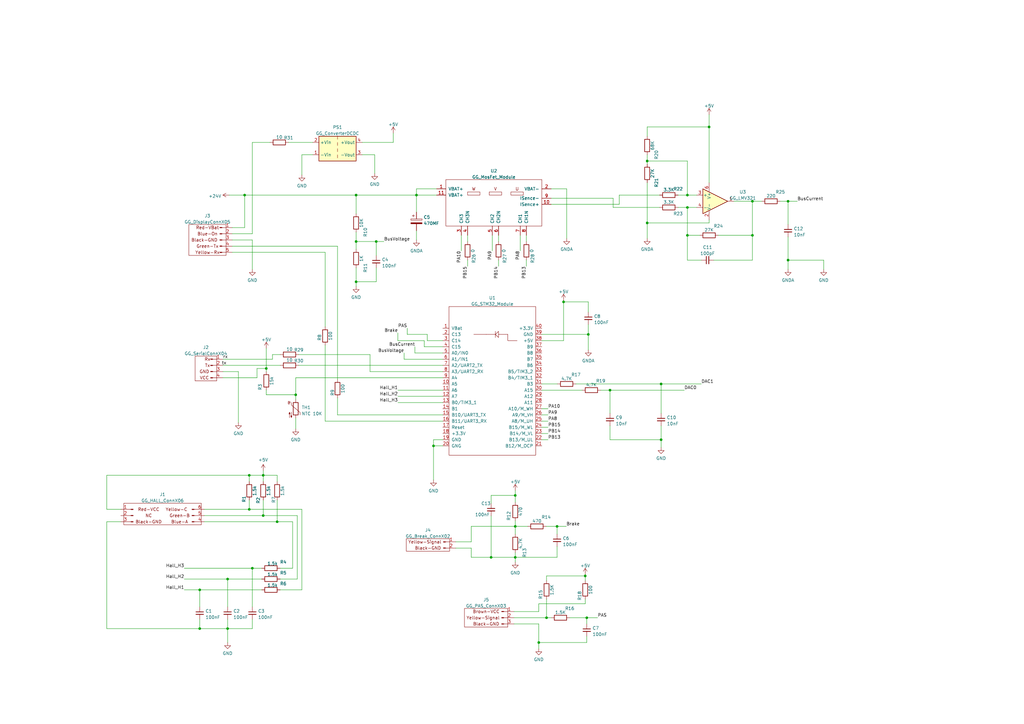
<source format=kicad_sch>
(kicad_sch (version 20211123) (generator eeschema)
  (paper "A3")
  (lib_symbols
    (symbol "ControllerLibrary:GG_Break_ConnX02" (pin_names (offset 1.016) hide)
      (property "Reference" "J" (at 0 5.08 0))
      (property "Value" "GG_Break_ConnX02" (at -5.08 -2.54 0))
      (symbol "GG_Break_ConnX02_0_0"
        (rectangle (start -15.24 3.81) (end 2.54 -1.27))
        (text "Black-GND" (at -6.35 0 0) (effects (font (size 1.27 1.27))))
        (text "Yellow-Signal" (at -7.62 2.54 0) (effects (font (size 1.27 1.27))))
      )
      (symbol "GG_Break_ConnX02_1_1"
        (polyline (pts (xy 1.27 0) (xy 0.8636 0)) (stroke (width 0.1524)))
        (polyline (pts (xy 1.27 2.54) (xy 0.8636 2.54)) (stroke (width 0.1524)))
        (rectangle (start 0.8636 0.127) (end 0 -0.127) (stroke (width 0.1524)) (fill (type outline)))
        (rectangle (start 0.8636 2.667) (end 0 2.413) (stroke (width 0.1524)) (fill (type outline)))
        (pin passive line (at 5.08 2.54 180) (length 3.81) (name "Pin_1") (number "1"))
        (pin passive line (at 5.08 0 180) (length 3.81) (name "Pin_2") (number "2"))
      )
    )
    (symbol "ControllerLibrary:GG_ConverterDCDC"
      (property "Reference" "PS" (at -7.62 6.35 0))
      (property "Value" "GG_ConverterDCDC" (at 1.27 6.35 0))
      (symbol "GG_ConverterDCDC_0_0"
        (pin power_in line (at -10.16 -2.54 0) (length 2.54) (name "-Vin") (number "1"))
        (pin power_in line (at -10.16 2.54 0) (length 2.54) (name "+Vin") (number "2"))
        (pin power_out line (at 10.16 -2.54 180) (length 2.54) (name "-Vout") (number "3"))
        (pin power_out line (at 10.16 2.54 180) (length 2.54) (name "+Vout") (number "4"))
      )
      (symbol "GG_ConverterDCDC_0_1"
        (rectangle (start -7.62 5.08) (end 7.62 -5.08) (stroke (width 0.254)) (fill (type background)))
        (polyline (pts (xy 0 -2.54) (xy 0 -3.81)))
        (polyline (pts (xy 0 0) (xy 0 -1.27)))
        (polyline (pts (xy 0 2.54) (xy 0 1.27)))
        (polyline (pts (xy 0 5.08) (xy 0 3.81)))
      )
    )
    (symbol "ControllerLibrary:GG_DisplayConnX05" (pin_names (offset 1.016) hide)
      (property "Reference" "J" (at 0 5.08 0))
      (property "Value" "GG_DisplayConnX05" (at -2.54 -10.16 0))
      (symbol "GG_DisplayConnX05_0_0"
        (rectangle (start -12.7 3.81) (end 2.54 -8.89))
        (text "Black-GND" (at -6.35 -2.54 0) (effects (font (size 1.27 1.27))))
        (text "Blue-On" (at -5.08 0 0) (effects (font (size 1.27 1.27))))
        (text "Green-Tx" (at -5.08 -5.08 0) (effects (font (size 1.27 1.27))))
        (text "Red-VBat" (at -5.08 2.54 0) (effects (font (size 1.27 1.27))))
        (text "Yellow-Rx" (at -5.08 -7.62 0) (effects (font (size 1.27 1.27))))
      )
      (symbol "GG_DisplayConnX05_1_1"
        (polyline (pts (xy 1.27 -7.62) (xy 0.8636 -7.62)) (stroke (width 0.1524)))
        (polyline (pts (xy 1.27 -5.08) (xy 0.8636 -5.08)) (stroke (width 0.1524)))
        (polyline (pts (xy 1.27 -2.54) (xy 0.8636 -2.54)) (stroke (width 0.1524)))
        (polyline (pts (xy 1.27 0) (xy 0.8636 0)) (stroke (width 0.1524)))
        (polyline (pts (xy 1.27 2.54) (xy 0.8636 2.54)) (stroke (width 0.1524)))
        (rectangle (start 0.8636 -7.493) (end 0 -7.747) (stroke (width 0.1524)) (fill (type outline)))
        (rectangle (start 0.8636 -4.953) (end 0 -5.207) (stroke (width 0.1524)) (fill (type outline)))
        (rectangle (start 0.8636 -2.413) (end 0 -2.667) (stroke (width 0.1524)) (fill (type outline)))
        (rectangle (start 0.8636 0.127) (end 0 -0.127) (stroke (width 0.1524)) (fill (type outline)))
        (rectangle (start 0.8636 2.667) (end 0 2.413) (stroke (width 0.1524)) (fill (type outline)))
        (pin passive line (at 5.08 2.54 180) (length 3.81) (name "Pin_1") (number "1"))
        (pin passive line (at 5.08 0 180) (length 3.81) (name "Pin_2") (number "2"))
        (pin passive line (at 5.08 -2.54 180) (length 3.81) (name "Pin_3") (number "3"))
        (pin passive line (at 5.08 -5.08 180) (length 3.81) (name "Pin_4") (number "4"))
        (pin passive line (at 5.08 -7.62 180) (length 3.81) (name "Pin_5") (number "5"))
      )
    )
    (symbol "ControllerLibrary:GG_HALL_ConnX06" (pin_names (offset 1.016) hide)
      (property "Reference" "J" (at 11.43 5.08 0))
      (property "Value" "GG_HALL_ConnX06" (at -2.54 -5.08 0))
      (symbol "GG_HALL_ConnX06_0_0"
        (rectangle (start -16.51 5.08) (end 15.24 -3.81))
        (text "Blue-A" (at 6.35 -2.54 0) (effects (font (size 1.27 1.27))))
        (text "Green-B" (at 6.35 0 0) (effects (font (size 1.27 1.27))))
        (text "Yellow-C" (at 5.08 2.54 0) (effects (font (size 1.27 1.27))))
      )
      (symbol "GG_HALL_ConnX06_1_1"
        (rectangle (start -13.5636 -2.413) (end -12.7 -2.667) (stroke (width 0.1524)) (fill (type outline)))
        (rectangle (start -13.5636 0.127) (end -12.7 -0.127) (stroke (width 0.1524)) (fill (type outline)))
        (rectangle (start -13.5636 2.667) (end -12.7 2.413) (stroke (width 0.1524)) (fill (type outline)))
        (polyline (pts (xy -13.97 -2.54) (xy -13.5636 -2.54)) (stroke (width 0.1524)))
        (polyline (pts (xy -13.97 0) (xy -13.5636 0)) (stroke (width 0.1524)))
        (polyline (pts (xy -13.97 2.54) (xy -13.5636 2.54)) (stroke (width 0.1524)))
        (polyline (pts (xy 12.7 -2.54) (xy 12.2936 -2.54)) (stroke (width 0.1524)))
        (polyline (pts (xy 12.7 0) (xy 12.2936 0)) (stroke (width 0.1524)))
        (polyline (pts (xy 12.7 2.54) (xy 12.2936 2.54)) (stroke (width 0.1524)))
        (rectangle (start 12.2936 -2.413) (end 11.43 -2.667) (stroke (width 0.1524)) (fill (type outline)))
        (rectangle (start 12.2936 0.127) (end 11.43 -0.127) (stroke (width 0.1524)) (fill (type outline)))
        (rectangle (start 12.2936 2.667) (end 11.43 2.413) (stroke (width 0.1524)) (fill (type outline)))
        (text "Black-GND" (at -6.35 -2.54 0) (effects (font (size 1.27 1.27))))
        (text "NC" (at -6.35 0 0) (effects (font (size 1.27 1.27))))
        (text "Red-VCC" (at -6.35 2.54 0) (effects (font (size 1.27 1.27))))
        (pin passive line (at -17.78 2.54 0) (length 3.81) (name "Pin_1") (number "1"))
        (pin passive line (at -17.78 0 0) (length 3.81) (name "Pin_2") (number "2"))
        (pin passive line (at -17.78 -2.54 0) (length 3.81) (name "Pin_3") (number "3"))
        (pin passive line (at 16.51 -2.54 180) (length 3.81) (name "Pin_4") (number "4"))
        (pin passive line (at 16.51 0 180) (length 3.81) (name "Pin_5") (number "5"))
        (pin passive line (at 16.51 2.54 180) (length 3.81) (name "Pin_6") (number "6"))
      )
    )
    (symbol "ControllerLibrary:GG_LMV321" (pin_names (offset 0.127))
      (property "Reference" "U" (at 0 5.08 0))
      (property "Value" "GG_LMV321" (at 0 -5.08 0))
      (symbol "GG_LMV321_0_1"
        (polyline (pts (xy -5.08 5.08) (xy 5.08 0) (xy -5.08 -5.08) (xy -5.08 5.08)) (stroke (width 0.254)) (fill (type background)))
        (pin power_in line (at -2.54 -7.62 90) (length 3.81) (name "V-") (number "2"))
        (pin power_in line (at -2.54 7.62 270) (length 3.81) (name "V+") (number "6"))
      )
      (symbol "GG_LMV321_1_1"
        (pin output line (at 7.62 0 180) (length 2.54) (name "~") (number "1"))
        (pin input line (at -7.62 2.54 0) (length 2.54) (name "+") (number "3"))
        (pin input line (at -7.62 -2.54 0) (length 2.54) (name "-") (number "4"))
      )
    )
    (symbol "ControllerLibrary:GG_PAS_ConnX03" (pin_names (offset 1.016) hide)
      (property "Reference" "J" (at 0 5.08 0))
      (property "Value" "GG_PAS_ConnX03" (at -3.81 -5.08 0))
      (symbol "GG_PAS_ConnX03_0_0"
        (rectangle (start -15.24 3.81) (end 2.54 -3.81))
        (text "Black-GND" (at -6.35 -2.54 0) (effects (font (size 1.27 1.27))))
        (text "Brown-VCC" (at -6.35 2.54 0) (effects (font (size 1.27 1.27))))
        (text "Yellow-Signal" (at -7.62 0 0) (effects (font (size 1.27 1.27))))
      )
      (symbol "GG_PAS_ConnX03_1_1"
        (polyline (pts (xy 1.27 -2.54) (xy 0.8636 -2.54)) (stroke (width 0.1524)))
        (polyline (pts (xy 1.27 0) (xy 0.8636 0)) (stroke (width 0.1524)))
        (polyline (pts (xy 1.27 2.54) (xy 0.8636 2.54)) (stroke (width 0.1524)))
        (rectangle (start 0.8636 -2.413) (end 0 -2.667) (stroke (width 0.1524)) (fill (type outline)))
        (rectangle (start 0.8636 0.127) (end 0 -0.127) (stroke (width 0.1524)) (fill (type outline)))
        (rectangle (start 0.8636 2.667) (end 0 2.413) (stroke (width 0.1524)) (fill (type outline)))
        (pin passive line (at 5.08 2.54 180) (length 3.81) (name "Pin_1") (number "1"))
        (pin passive line (at 5.08 0 180) (length 3.81) (name "Pin_2") (number "2"))
        (pin passive line (at 5.08 -2.54 180) (length 3.81) (name "Pin_3") (number "3"))
      )
    )
    (symbol "ControllerLibrary:GG_STM32_Module" (pin_names (offset 1.016))
      (property "Reference" "U" (at 0 -6.35 0))
      (property "Value" "GG_STM32_Module" (at 0 -6.35 0))
      (symbol "GG_STM32_Module_0_1"
        (rectangle (start -17.78 53.34) (end 17.78 -7.62))
        (polyline (pts (xy -2.54 41.91) (xy -7.62 41.91)) (stroke (width 0.1524)))
        (polyline (pts (xy 1.27 41.91) (xy -2.54 41.91)) (stroke (width 0.1524)))
        (polyline (pts (xy 1.27 43.18) (xy 1.27 40.64)) (stroke (width 0.1524)))
        (polyline (pts (xy 2.54 41.91) (xy 6.35 41.91)) (stroke (width 0.1524)))
        (polyline (pts (xy 6.35 41.91) (xy 6.35 39.37) (xy 10.16 39.37)) (stroke (width 0.1524)))
        (polyline (pts (xy 1.27 41.91) (xy 2.54 43.18) (xy 2.54 40.64) (xy 1.27 41.91)) (stroke (width 0.1524)))
      )
      (symbol "GG_STM32_Module_1_1"
        (pin power_in line (at -20.32 44.45 0) (length 2.54) (name "VBat") (number "1"))
        (pin input line (at -20.32 21.59 0) (length 2.54) (name "A5") (number "10"))
        (pin input line (at -20.32 19.05 0) (length 2.54) (name "A6") (number "11"))
        (pin input line (at -20.32 16.51 0) (length 2.54) (name "A7") (number "12"))
        (pin input line (at -20.32 13.97 0) (length 2.54) (name "B0/TIM3_1") (number "13"))
        (pin input line (at -20.32 11.43 0) (length 2.54) (name "B1") (number "14"))
        (pin input line (at -20.32 8.89 0) (length 2.54) (name "B10/UART3_TX") (number "15"))
        (pin input line (at -20.32 6.35 0) (length 2.54) (name "B11/UART3_RX") (number "16"))
        (pin input line (at -20.32 3.81 0) (length 2.54) (name "Reset") (number "17"))
        (pin power_in line (at -20.32 1.27 0) (length 2.54) (name "+3.3V") (number "18"))
        (pin power_in line (at -20.32 -1.27 0) (length 2.54) (name "GND") (number "19"))
        (pin input line (at -20.32 41.91 0) (length 2.54) (name "C13") (number "2"))
        (pin power_in line (at -20.32 -3.81 0) (length 2.54) (name "GNG") (number "20"))
        (pin input line (at 20.32 -3.81 180) (length 2.54) (name "B12/M_OCP") (number "21"))
        (pin input line (at 20.32 -1.27 180) (length 2.54) (name "B13/M_UL") (number "22"))
        (pin input line (at 20.32 1.27 180) (length 2.54) (name "B14/M_VL") (number "23"))
        (pin input line (at 20.32 3.81 180) (length 2.54) (name "B15/M_WL") (number "24"))
        (pin input line (at 20.32 6.35 180) (length 2.54) (name "A8/M_UH") (number "25"))
        (pin input line (at 20.32 8.89 180) (length 2.54) (name "A9/M_VH") (number "26"))
        (pin input line (at 20.32 11.43 180) (length 2.54) (name "A10/M_WH") (number "27"))
        (pin input line (at 20.32 13.97 180) (length 2.54) (name "A11") (number "28"))
        (pin input line (at 20.32 16.51 180) (length 2.54) (name "A12") (number "29"))
        (pin input line (at -20.32 39.37 0) (length 2.54) (name "C14") (number "3"))
        (pin input line (at 20.32 19.05 180) (length 2.54) (name "A15") (number "30"))
        (pin input line (at 20.32 21.59 180) (length 2.54) (name "B3") (number "31"))
        (pin input line (at 20.32 24.13 180) (length 2.54) (name "B4/TIM3_1") (number "32"))
        (pin input line (at 20.32 26.67 180) (length 2.54) (name "B5/TIM3_2") (number "33"))
        (pin input line (at 20.32 29.21 180) (length 2.54) (name "B6") (number "34"))
        (pin input line (at 20.32 31.75 180) (length 2.54) (name "B7") (number "35"))
        (pin input line (at 20.32 34.29 180) (length 2.54) (name "B8") (number "36"))
        (pin input line (at 20.32 36.83 180) (length 2.54) (name "B9") (number "37"))
        (pin power_in line (at 20.32 39.37 180) (length 2.54) (name "+5V") (number "38"))
        (pin power_in line (at 20.32 41.91 180) (length 2.54) (name "GND") (number "39"))
        (pin input line (at -20.32 36.83 0) (length 2.54) (name "C15") (number "4"))
        (pin power_in line (at 20.32 44.45 180) (length 2.54) (name "+3.3V") (number "40"))
        (pin input line (at -20.32 34.29 0) (length 2.54) (name "A0/IN0") (number "5"))
        (pin input line (at -20.32 31.75 0) (length 2.54) (name "A1/IN1") (number "6"))
        (pin input line (at -20.32 29.21 0) (length 2.54) (name "A2/UART2_TX") (number "7"))
        (pin input line (at -20.32 26.67 0) (length 2.54) (name "A3/UART2_RX") (number "8"))
        (pin input line (at -20.32 24.13 0) (length 2.54) (name "A4") (number "9"))
      )
    )
    (symbol "ControllerLibrary:GG_SerialConnX04" (pin_names (offset 1.016) hide)
      (property "Reference" "J" (at 0 5.08 0))
      (property "Value" "GG_SerialConnX04" (at 0 -7.62 0))
      (symbol "GG_SerialConnX04_0_0"
        (rectangle (start -6.35 3.81) (end 2.54 -6.35))
        (text "GND" (at -2.54 -2.54 0) (effects (font (size 1.27 1.27))))
        (text "Rx" (at -1.27 2.54 0) (effects (font (size 1.27 1.27))))
        (text "Tx" (at -1.27 0 0) (effects (font (size 1.27 1.27))))
        (text "VCC" (at -2.54 -5.08 0) (effects (font (size 1.27 1.27))))
      )
      (symbol "GG_SerialConnX04_1_1"
        (polyline (pts (xy 1.27 -5.08) (xy 0.8636 -5.08)) (stroke (width 0.1524)))
        (polyline (pts (xy 1.27 -2.54) (xy 0.8636 -2.54)) (stroke (width 0.1524)))
        (polyline (pts (xy 1.27 0) (xy 0.8636 0)) (stroke (width 0.1524)))
        (polyline (pts (xy 1.27 2.54) (xy 0.8636 2.54)) (stroke (width 0.1524)))
        (rectangle (start 0.8636 -4.953) (end 0 -5.207) (stroke (width 0.1524)) (fill (type outline)))
        (rectangle (start 0.8636 -2.413) (end 0 -2.667) (stroke (width 0.1524)) (fill (type outline)))
        (rectangle (start 0.8636 0.127) (end 0 -0.127) (stroke (width 0.1524)) (fill (type outline)))
        (rectangle (start 0.8636 2.667) (end 0 2.413) (stroke (width 0.1524)) (fill (type outline)))
        (pin passive line (at 5.08 2.54 180) (length 3.81) (name "Pin_1") (number "1"))
        (pin passive line (at 5.08 0 180) (length 3.81) (name "Pin_2") (number "2"))
        (pin passive line (at 5.08 -2.54 180) (length 3.81) (name "Pin_3") (number "3"))
        (pin passive line (at 5.08 -5.08 180) (length 3.81) (name "Pin_4") (number "4"))
      )
    )
    (symbol "Device:C_Polarized" (pin_numbers hide) (pin_names (offset 0.254))
      (property "Reference" "C" (at 0.635 2.54 0))
      (property "Value" "C_Polarized" (at 0.635 -2.54 0))
      (symbol "C_Polarized_0_1"
        (rectangle (start -2.286 0.508) (end 2.286 1.016))
        (polyline (pts (xy -1.778 2.286) (xy -0.762 2.286)))
        (polyline (pts (xy -1.27 2.794) (xy -1.27 1.778)))
        (rectangle (start 2.286 -0.508) (end -2.286 -1.016) (fill (type outline)))
      )
      (symbol "C_Polarized_1_1"
        (pin passive line (at 0 3.81 270) (length 2.794) (name "~") (number "1"))
        (pin passive line (at 0 -3.81 90) (length 2.794) (name "~") (number "2"))
      )
    )
    (symbol "Device:C_Small" (pin_numbers hide) (pin_names (offset 0.254) hide)
      (property "Reference" "C" (at 0.254 1.778 0))
      (property "Value" "C_Small" (at 0.254 -2.032 0))
      (symbol "C_Small_0_1"
        (polyline (pts (xy -1.524 -0.508) (xy 1.524 -0.508)) (stroke (width 0.3302)))
        (polyline (pts (xy -1.524 0.508) (xy 1.524 0.508)) (stroke (width 0.3048)))
      )
      (symbol "C_Small_1_1"
        (pin passive line (at 0 2.54 270) (length 2.032) (name "~") (number "1"))
        (pin passive line (at 0 -2.54 90) (length 2.032) (name "~") (number "2"))
      )
    )
    (symbol "Device:R" (pin_numbers hide) (pin_names (offset 0))
      (property "Reference" "R" (at 2.032 0 90))
      (property "Value" "R" (at 0 0 90))
      (symbol "R_0_1"
        (rectangle (start -1.016 -2.54) (end 1.016 2.54) (stroke (width 0.254)))
      )
      (symbol "R_1_1"
        (pin passive line (at 0 3.81 270) (length 1.27) (name "~") (number "1"))
        (pin passive line (at 0 -3.81 90) (length 1.27) (name "~") (number "2"))
      )
    )
    (symbol "Device:Thermistor_NTC" (pin_numbers hide) (pin_names (offset 0))
      (property "Reference" "TH" (at -4.445 0 90))
      (property "Value" "Thermistor_NTC" (at 3.175 0 90))
      (symbol "Thermistor_NTC_0_1"
        (arc (start -3.048 2.159) (mid -3.0505 2.3165) (end -3.175 2.413))
        (arc (start -3.048 2.159) (mid -2.9736 1.9794) (end -2.794 1.905))
        (arc (start -3.048 2.794) (mid -2.9736 2.6144) (end -2.794 2.54))
        (arc (start -2.794 1.905) (mid -2.6144 1.9794) (end -2.54 2.159))
        (arc (start -2.794 2.54) (mid -2.434 2.5608) (end -2.159 2.794))
        (arc (start -2.794 3.048) (mid -2.9736 2.9736) (end -3.048 2.794))
        (arc (start -2.54 2.794) (mid -2.6144 2.9736) (end -2.794 3.048))
        (rectangle (start -1.016 2.54) (end 1.016 -2.54) (stroke (width 0.254)))
        (polyline (pts (xy -2.54 2.159) (xy -2.54 2.794)))
        (polyline (pts (xy -1.778 2.54) (xy -1.778 1.524) (xy 1.778 -1.524) (xy 1.778 -2.54)))
        (polyline (pts (xy -2.54 -3.683) (xy -2.54 -1.397) (xy -2.794 -2.159) (xy -2.286 -2.159) (xy -2.54 -1.397) (xy -2.54 -1.651)) (fill (type outline)))
        (polyline (pts (xy -1.778 -1.397) (xy -1.778 -3.683) (xy -2.032 -2.921) (xy -1.524 -2.921) (xy -1.778 -3.683) (xy -1.778 -3.429)) (fill (type outline)))
      )
      (symbol "Thermistor_NTC_1_1"
        (pin passive line (at 0 3.81 270) (length 1.27) (name "~") (number "1"))
        (pin passive line (at 0 -3.81 90) (length 1.27) (name "~") (number "2"))
      )
    )
    (symbol "GG_MosFet_Module_1" (pin_names (offset 1.016))
      (property "Reference" "U" (at 0 5.08 0))
      (property "Value" "GG_MosFet_Module_1" (at 0 15.24 0))
      (symbol "GG_MosFet_Module_1_0_0"
        (rectangle (start -20.32 13.97) (end 19.05 -5.08))
        (polyline (pts (xy -11.43 8.89) (xy -6.35 8.89) (xy -6.35 7.62) (xy -11.43 7.62) (xy -11.43 8.89)) (stroke (width 0.1524)))
        (polyline (pts (xy -2.54 8.89) (xy 2.54 8.89) (xy 2.54 7.62) (xy -2.54 7.62) (xy -2.54 8.89)) (stroke (width 0.1524)))
        (polyline (pts (xy 6.35 8.89) (xy 11.43 8.89) (xy 11.43 7.62) (xy 6.35 7.62) (xy 6.35 8.89)) (stroke (width 0.1524)))
        (text "U" (at 8.89 10.16 0) (effects (font (size 1.27 1.27))))
        (text "V" (at 0 10.16 0) (effects (font (size 1.27 1.27))))
        (text "W" (at -8.89 10.16 0) (effects (font (size 1.27 1.27))))
      )
      (symbol "GG_MosFet_Module_1_1_1"
        (pin input line (at -24.13 10.16 0) (length 3.81) (name "VBAT+") (number "1"))
        (pin output line (at 22.86 3.81 180) (length 3.81) (name "ISence+") (number "10"))
        (pin input line (at -24.13 7.62 0) (length 3.81) (name "VBAT+") (number "11"))
        (pin input line (at 22.86 10.16 180) (length 3.81) (name "VBAT-") (number "2"))
        (pin input line (at -13.97 -8.89 90) (length 3.81) (name "CH3") (number "3"))
        (pin passive line (at -11.43 -8.89 90) (length 3.81) (name "CH3N") (number "4"))
        (pin input line (at -1.27 -8.89 90) (length 3.81) (name "CH2") (number "5"))
        (pin passive line (at 1.27 -8.89 90) (length 3.81) (name "CH2N") (number "6"))
        (pin input line (at 10.16 -8.89 90) (length 3.81) (name "CH1") (number "7"))
        (pin passive line (at 12.7 -8.89 90) (length 3.81) (name "CH1N") (number "8"))
        (pin output line (at 22.86 6.35 180) (length 3.81) (name "ISence-") (number "9"))
      )
    )
    (symbol "power:+24V" (power) (pin_names (offset 0))
      (property "Value" "+24V" (at 0 3.556 0))
      (symbol "+24V_0_1"
        (polyline (pts (xy -0.762 1.27) (xy 0 2.54)))
        (polyline (pts (xy 0 0) (xy 0 2.54)))
        (polyline (pts (xy 0 2.54) (xy 0.762 1.27)))
      )
      (symbol "+24V_1_1"
        (pin power_in line (at 0 0 90) (length 0) hide (name "+24V") (number "1"))
      )
    )
    (symbol "power:+5V" (power) (pin_names (offset 0))
      (property "Value" "+5V" (at 0 3.556 0))
      (symbol "+5V_0_1"
        (polyline (pts (xy -0.762 1.27) (xy 0 2.54)))
        (polyline (pts (xy 0 0) (xy 0 2.54)))
        (polyline (pts (xy 0 2.54) (xy 0.762 1.27)))
      )
      (symbol "+5V_1_1"
        (pin power_in line (at 0 0 90) (length 0) hide (name "+5V") (number "1"))
      )
    )
    (symbol "power:GND" (power) (pin_names (offset 0))
      (property "Value" "GND" (at 0 -3.81 0))
      (symbol "GND_0_1"
        (polyline (pts (xy 0 0) (xy 0 -1.27) (xy 1.27 -1.27) (xy 0 -2.54) (xy -1.27 -1.27) (xy 0 -1.27)))
      )
      (symbol "GND_1_1"
        (pin power_in line (at 0 0 270) (length 0) hide (name "GND") (number "1"))
      )
    )
    (symbol "power:GNDA" (power) (pin_names (offset 0))
      (property "Value" "GNDA" (at 0 -3.81 0))
      (symbol "GNDA_0_1"
        (polyline (pts (xy 0 0) (xy 0 -1.27) (xy 1.27 -1.27) (xy 0 -2.54) (xy -1.27 -1.27) (xy 0 -1.27)))
      )
      (symbol "GNDA_1_1"
        (pin power_in line (at 0 0 270) (length 0) hide (name "GNDA") (number "1"))
      )
    )
  )
  (junction (at 211.328 203.2))
  (junction (at 146.05 115.57))
  (junction (at 93.345 237.49))
  (junction (at 211.328 215.9))
  (junction (at 231.14 123.825))
  (junction (at 281.94 80.01))
  (junction (at 323.215 106.68))
  (junction (at 146.05 99.06))
  (junction (at 81.915 241.935))
  (junction (at 121.285 161.925))
  (junction (at 323.215 82.55))
  (junction (at 271.145 180.34))
  (junction (at 250.19 160.02))
  (junction (at 100.33 80.01))
  (junction (at 220.98 263.525))
  (junction (at 93.345 257.81))
  (junction (at 211.328 228.6))
  (junction (at 107.95 194.945))
  (junction (at 107.95 211.455))
  (junction (at 201.422 228.6))
  (junction (at 228.473 215.9))
  (junction (at 281.94 96.52))
  (junction (at 103.505 233.045))
  (junction (at 308.61 82.55))
  (junction (at 109.22 151.13))
  (junction (at 290.83 52.07))
  (junction (at 113.665 213.995))
  (junction (at 102.235 208.915))
  (junction (at 265.43 66.04))
  (junction (at 240.665 253.365))
  (junction (at 265.43 91.44))
  (junction (at 170.815 80.01))
  (junction (at 154.305 99.06))
  (junction (at 241.3 137.16))
  (junction (at 271.145 157.48))
  (junction (at 177.8 182.88))
  (junction (at 308.61 96.52))
  (junction (at 224.155 253.365))
  (junction (at 102.235 194.945))
  (junction (at 240.03 236.22))
  (junction (at 281.94 85.09))
  (junction (at 146.05 80.01))
  (junction (at 81.915 257.81))
  (wire (pts (xy 100.33 93.345) (xy 100.33 80.01)))
  (wire (pts (xy 107.95 194.945) (xy 107.95 197.485)))
  (wire (pts (xy 181.61 154.94) (xy 121.285 154.94)))
  (wire (pts (xy 154.305 99.06) (xy 154.305 104.775)))
  (wire (pts (xy 246.38 160.02) (xy 250.19 160.02)))
  (wire (pts (xy 113.665 194.945) (xy 113.665 197.485)))
  (wire (pts (xy 292.735 106.68) (xy 308.61 106.68)))
  (wire (pts (xy 177.8 196.85) (xy 177.8 182.88)))
  (wire (pts (xy 222.25 170.18) (xy 224.79 170.18)))
  (wire (pts (xy 102.235 208.915) (xy 83.82 208.915)))
  (wire (pts (xy 170.815 80.01) (xy 179.07 80.01)))
  (wire (pts (xy 323.215 82.55) (xy 323.215 92.075)))
  (wire (pts (xy 210.82 250.825) (xy 220.98 250.825)))
  (wire (pts (xy 193.294 222.25) (xy 193.294 215.9)))
  (wire (pts (xy 281.94 66.04) (xy 281.94 80.01)))
  (wire (pts (xy 146.05 80.01) (xy 146.05 87.63)))
  (wire (pts (xy 240.665 263.525) (xy 220.98 263.525)))
  (wire (pts (xy 224.155 236.22) (xy 240.03 236.22)))
  (wire (pts (xy 95.25 95.885) (xy 103.505 95.885)))
  (wire (pts (xy 75.565 233.045) (xy 103.505 233.045)))
  (wire (pts (xy 43.815 208.915) (xy 43.815 194.945)))
  (wire (pts (xy 222.25 177.8) (xy 224.79 177.8)))
  (wire (pts (xy 154.305 109.855) (xy 154.305 115.57)))
  (wire (pts (xy 201.422 211.582) (xy 201.422 228.6)))
  (wire (pts (xy 251.46 81.28) (xy 251.46 85.09)))
  (wire (pts (xy 146.05 109.855) (xy 146.05 115.57)))
  (wire (pts (xy 177.8 182.88) (xy 181.61 182.88)))
  (wire (pts (xy 138.43 100.965) (xy 138.43 155.575)))
  (wire (pts (xy 211.328 215.9) (xy 216.408 215.9)))
  (wire (pts (xy 193.294 224.79) (xy 193.294 228.6)))
  (wire (pts (xy 118.364 58.42) (xy 128.27 58.42)))
  (wire (pts (xy 148.59 58.42) (xy 161.29 58.42)))
  (wire (pts (xy 103.505 233.045) (xy 103.505 248.92)))
  (wire (pts (xy 250.19 174.625) (xy 250.19 180.34)))
  (wire (pts (xy 265.43 91.44) (xy 265.43 97.79)))
  (wire (pts (xy 231.14 139.7) (xy 231.14 123.825)))
  (wire (pts (xy 170.815 77.47) (xy 170.815 80.01)))
  (wire (pts (xy 204.47 96.52) (xy 204.47 99.06)))
  (wire (pts (xy 254 80.01) (xy 270.51 80.01)))
  (wire (pts (xy 290.83 90.17) (xy 290.83 91.44)))
  (wire (pts (xy 91.44 152.4) (xy 97.79 152.4)))
  (wire (pts (xy 97.79 152.4) (xy 97.79 173.355)))
  (wire (pts (xy 170.18 144.78) (xy 170.18 142.24)))
  (wire (pts (xy 271.145 157.48) (xy 271.145 169.545)))
  (wire (pts (xy 148.59 63.5) (xy 153.67 63.5)))
  (wire (pts (xy 177.8 180.34) (xy 181.61 180.34)))
  (wire (pts (xy 163.195 165.1) (xy 181.61 165.1)))
  (wire (pts (xy 91.44 154.94) (xy 105.41 154.94)))
  (wire (pts (xy 271.145 174.625) (xy 271.145 180.34)))
  (wire (pts (xy 240.03 245.745) (xy 240.03 247.65)))
  (wire (pts (xy 123.825 63.5) (xy 123.825 71.755)))
  (wire (pts (xy 211.328 226.695) (xy 211.328 228.6)))
  (wire (pts (xy 93.98 80.01) (xy 100.33 80.01)))
  (wire (pts (xy 308.61 96.52) (xy 308.61 82.55)))
  (wire (pts (xy 170.815 80.01) (xy 170.815 86.995)))
  (wire (pts (xy 114.935 241.935) (xy 123.825 241.935)))
  (wire (pts (xy 226.06 81.28) (xy 251.46 81.28)))
  (wire (pts (xy 220.98 250.825) (xy 220.98 247.65)))
  (wire (pts (xy 240.03 236.22) (xy 240.03 238.125)))
  (wire (pts (xy 189.23 96.52) (xy 189.23 102.87)))
  (wire (pts (xy 109.22 151.13) (xy 109.22 152.4)))
  (wire (pts (xy 120.015 233.045) (xy 114.935 233.045)))
  (wire (pts (xy 107.95 194.945) (xy 113.665 194.945)))
  (wire (pts (xy 181.61 170.18) (xy 138.43 170.18)))
  (wire (pts (xy 201.93 96.52) (xy 201.93 102.87)))
  (wire (pts (xy 323.215 106.68) (xy 323.215 110.49)))
  (wire (pts (xy 308.61 82.55) (xy 300.99 82.55)))
  (wire (pts (xy 193.294 228.6) (xy 201.422 228.6)))
  (wire (pts (xy 93.345 257.81) (xy 93.345 263.525)))
  (wire (pts (xy 337.82 106.68) (xy 337.82 110.49)))
  (wire (pts (xy 75.565 237.49) (xy 93.345 237.49)))
  (wire (pts (xy 133.35 103.505) (xy 133.35 133.985)))
  (wire (pts (xy 320.04 82.55) (xy 323.215 82.55)))
  (wire (pts (xy 111.76 147.32) (xy 111.76 145.415)))
  (wire (pts (xy 211.328 228.6) (xy 211.328 230.505)))
  (wire (pts (xy 121.285 161.925) (xy 121.285 163.83)))
  (wire (pts (xy 240.665 253.365) (xy 245.11 253.365)))
  (wire (pts (xy 95.25 103.505) (xy 133.35 103.505)))
  (wire (pts (xy 281.94 80.01) (xy 285.75 80.01)))
  (wire (pts (xy 95.25 98.425) (xy 103.505 98.425)))
  (wire (pts (xy 271.145 180.34) (xy 271.145 183.515)))
  (wire (pts (xy 177.8 182.88) (xy 177.8 180.34)))
  (wire (pts (xy 294.64 96.52) (xy 308.61 96.52)))
  (wire (pts (xy 181.61 147.32) (xy 165.735 147.32)))
  (wire (pts (xy 109.22 160.02) (xy 109.22 161.925)))
  (wire (pts (xy 186.944 222.25) (xy 193.294 222.25)))
  (wire (pts (xy 211.328 203.2) (xy 211.328 205.994)))
  (wire (pts (xy 109.22 161.925) (xy 121.285 161.925)))
  (wire (pts (xy 323.215 97.155) (xy 323.215 106.68)))
  (wire (pts (xy 191.77 96.52) (xy 191.77 99.06)))
  (wire (pts (xy 213.36 96.52) (xy 213.36 102.87)))
  (wire (pts (xy 81.915 254) (xy 81.915 257.81)))
  (wire (pts (xy 222.25 139.7) (xy 231.14 139.7)))
  (wire (pts (xy 323.215 82.55) (xy 327.025 82.55)))
  (wire (pts (xy 121.92 237.49) (xy 114.935 237.49)))
  (wire (pts (xy 287.02 96.52) (xy 281.94 96.52)))
  (wire (pts (xy 222.25 167.64) (xy 224.79 167.64)))
  (wire (pts (xy 146.05 99.06) (xy 154.305 99.06)))
  (wire (pts (xy 290.83 46.99) (xy 290.83 52.07)))
  (wire (pts (xy 290.83 74.93) (xy 290.83 52.07)))
  (wire (pts (xy 251.46 85.09) (xy 270.51 85.09)))
  (wire (pts (xy 241.3 137.16) (xy 241.3 143.51)))
  (wire (pts (xy 224.028 215.9) (xy 228.473 215.9)))
  (wire (pts (xy 153.67 63.5) (xy 153.67 71.12)))
  (wire (pts (xy 163.195 162.56) (xy 181.61 162.56)))
  (wire (pts (xy 91.44 147.32) (xy 111.76 147.32)))
  (wire (pts (xy 181.61 144.78) (xy 170.18 144.78)))
  (wire (pts (xy 83.82 213.995) (xy 113.665 213.995)))
  (wire (pts (xy 265.43 91.44) (xy 290.83 91.44)))
  (wire (pts (xy 222.25 137.16) (xy 241.3 137.16)))
  (wire (pts (xy 224.155 253.365) (xy 226.06 253.365)))
  (wire (pts (xy 204.47 106.68) (xy 204.47 109.22)))
  (wire (pts (xy 186.944 224.79) (xy 193.294 224.79)))
  (wire (pts (xy 93.345 237.49) (xy 93.345 248.92)))
  (wire (pts (xy 265.43 74.93) (xy 265.43 91.44)))
  (wire (pts (xy 323.215 106.68) (xy 337.82 106.68)))
  (wire (pts (xy 146.05 95.25) (xy 146.05 99.06)))
  (wire (pts (xy 290.83 52.07) (xy 265.43 52.07)))
  (wire (pts (xy 83.82 211.455) (xy 107.95 211.455)))
  (wire (pts (xy 224.155 245.745) (xy 224.155 253.365)))
  (wire (pts (xy 265.43 63.5) (xy 265.43 66.04)))
  (wire (pts (xy 231.14 123.825) (xy 241.3 123.825)))
  (wire (pts (xy 170.815 94.615) (xy 170.815 98.425)))
  (wire (pts (xy 175.26 137.16) (xy 175.26 139.7)))
  (wire (pts (xy 43.815 213.995) (xy 43.815 257.81)))
  (wire (pts (xy 49.53 213.995) (xy 43.815 213.995)))
  (wire (pts (xy 179.07 77.47) (xy 170.815 77.47)))
  (wire (pts (xy 43.815 257.81) (xy 81.915 257.81)))
  (wire (pts (xy 181.61 172.72) (xy 133.35 172.72)))
  (wire (pts (xy 95.25 93.345) (xy 100.33 93.345)))
  (wire (pts (xy 265.43 66.04) (xy 265.43 67.31)))
  (wire (pts (xy 121.92 211.455) (xy 121.92 237.49)))
  (wire (pts (xy 281.94 85.09) (xy 285.75 85.09)))
  (wire (pts (xy 128.27 63.5) (xy 123.825 63.5)))
  (wire (pts (xy 228.473 215.9) (xy 228.473 219.075)))
  (wire (pts (xy 103.505 98.425) (xy 103.505 110.49)))
  (wire (pts (xy 121.285 154.94) (xy 121.285 161.925)))
  (wire (pts (xy 231.14 123.825) (xy 231.14 123.19)))
  (wire (pts (xy 146.05 80.01) (xy 170.815 80.01)))
  (wire (pts (xy 220.98 263.525) (xy 220.98 266.065)))
  (wire (pts (xy 146.05 115.57) (xy 146.05 117.475)))
  (wire (pts (xy 240.665 260.985) (xy 240.665 263.525)))
  (wire (pts (xy 210.82 255.905) (xy 220.98 255.905)))
  (wire (pts (xy 220.98 247.65) (xy 240.03 247.65)))
  (wire (pts (xy 75.565 241.935) (xy 81.915 241.935)))
  (wire (pts (xy 240.665 253.365) (xy 240.665 255.905)))
  (wire (pts (xy 43.815 194.945) (xy 102.235 194.945)))
  (wire (pts (xy 201.422 206.502) (xy 201.422 203.2)))
  (wire (pts (xy 211.328 201.168) (xy 211.328 203.2)))
  (wire (pts (xy 278.13 85.09) (xy 281.94 85.09)))
  (wire (pts (xy 167.005 137.16) (xy 167.005 134.62)))
  (wire (pts (xy 175.26 139.7) (xy 181.61 139.7)))
  (wire (pts (xy 103.505 257.81) (xy 93.345 257.81)))
  (wire (pts (xy 109.22 142.875) (xy 109.22 151.13)))
  (wire (pts (xy 224.155 238.125) (xy 224.155 236.22)))
  (wire (pts (xy 271.145 157.48) (xy 287.655 157.48)))
  (wire (pts (xy 281.94 96.52) (xy 281.94 85.09)))
  (wire (pts (xy 81.915 241.935) (xy 81.915 248.92)))
  (wire (pts (xy 121.285 171.45) (xy 121.285 175.895)))
  (wire (pts (xy 281.94 106.68) (xy 287.655 106.68)))
  (wire (pts (xy 100.33 80.01) (xy 146.05 80.01)))
  (wire (pts (xy 123.825 208.915) (xy 102.235 208.915)))
  (wire (pts (xy 241.3 123.825) (xy 241.3 128.016)))
  (wire (pts (xy 107.95 211.455) (xy 121.92 211.455)))
  (wire (pts (xy 215.9 106.68) (xy 215.9 109.22)))
  (wire (pts (xy 236.22 157.48) (xy 271.145 157.48)))
  (wire (pts (xy 232.41 77.47) (xy 232.41 97.79)))
  (wire (pts (xy 308.61 106.68) (xy 308.61 96.52)))
  (wire (pts (xy 103.505 233.045) (xy 107.315 233.045)))
  (wire (pts (xy 154.305 99.06) (xy 157.48 99.06)))
  (wire (pts (xy 173.99 142.24) (xy 181.61 142.24)))
  (wire (pts (xy 107.95 205.105) (xy 107.95 211.455)))
  (wire (pts (xy 102.235 194.945) (xy 107.95 194.945)))
  (wire (pts (xy 49.53 208.915) (xy 43.815 208.915)))
  (wire (pts (xy 163.195 136.525) (xy 163.195 139.7)))
  (wire (pts (xy 163.195 160.02) (xy 181.61 160.02)))
  (wire (pts (xy 241.3 133.096) (xy 241.3 137.16)))
  (wire (pts (xy 161.29 58.42) (xy 161.29 54.61)))
  (wire (pts (xy 254 83.82) (xy 254 80.01)))
  (wire (pts (xy 228.473 215.9) (xy 232.283 215.9)))
  (wire (pts (xy 226.06 83.82) (xy 254 83.82)))
  (wire (pts (xy 222.25 172.72) (xy 224.79 172.72)))
  (wire (pts (xy 111.76 145.415) (xy 114.935 145.415)))
  (wire (pts (xy 122.555 149.86) (xy 181.61 149.86)))
  (wire (pts (xy 222.25 157.48) (xy 228.6 157.48)))
  (wire (pts (xy 220.98 255.905) (xy 220.98 263.525)))
  (wire (pts (xy 210.82 253.365) (xy 224.155 253.365)))
  (wire (pts (xy 233.68 253.365) (xy 240.665 253.365)))
  (wire (pts (xy 193.294 215.9) (xy 211.328 215.9)))
  (wire (pts (xy 105.41 151.13) (xy 109.22 151.13)))
  (wire (pts (xy 308.61 82.55) (xy 312.42 82.55)))
  (wire (pts (xy 146.05 115.57) (xy 154.305 115.57)))
  (wire (pts (xy 120.015 213.995) (xy 120.015 233.045)))
  (wire (pts (xy 165.735 147.32) (xy 165.735 144.78)))
  (wire (pts (xy 250.19 160.02) (xy 280.67 160.02)))
  (wire (pts (xy 151.765 145.415) (xy 151.765 152.4)))
  (wire (pts (xy 281.94 106.68) (xy 281.94 96.52)))
  (wire (pts (xy 138.43 170.18) (xy 138.43 163.195)))
  (wire (pts (xy 228.473 228.6) (xy 211.328 228.6)))
  (wire (pts (xy 93.345 237.49) (xy 107.315 237.49)))
  (wire (pts (xy 240.03 235.585) (xy 240.03 236.22)))
  (wire (pts (xy 215.9 96.52) (xy 215.9 99.06)))
  (wire (pts (xy 265.43 52.07) (xy 265.43 55.88)))
  (wire (pts (xy 107.95 193.04) (xy 107.95 194.945)))
  (wire (pts (xy 250.19 180.34) (xy 271.145 180.34)))
  (wire (pts (xy 201.422 228.6) (xy 211.328 228.6)))
  (wire (pts (xy 122.555 145.415) (xy 151.765 145.415)))
  (wire (pts (xy 173.99 139.7) (xy 173.99 142.24)))
  (wire (pts (xy 167.005 137.16) (xy 175.26 137.16)))
  (wire (pts (xy 103.505 58.42) (xy 110.744 58.42)))
  (wire (pts (xy 222.25 160.02) (xy 238.76 160.02)))
  (wire (pts (xy 146.05 99.06) (xy 146.05 102.235)))
  (wire (pts (xy 103.505 95.885) (xy 103.505 58.42)))
  (wire (pts (xy 103.505 254) (xy 103.505 257.81)))
  (wire (pts (xy 211.328 213.614) (xy 211.328 215.9)))
  (wire (pts (xy 91.44 149.86) (xy 114.935 149.86)))
  (wire (pts (xy 95.25 100.965) (xy 138.43 100.965)))
  (wire (pts (xy 113.665 205.105) (xy 113.665 213.995)))
  (wire (pts (xy 222.25 175.26) (xy 224.79 175.26)))
  (wire (pts (xy 226.06 77.47) (xy 232.41 77.47)))
  (wire (pts (xy 93.345 254) (xy 93.345 257.81)))
  (wire (pts (xy 163.195 139.7) (xy 173.99 139.7)))
  (wire (pts (xy 123.825 241.935) (xy 123.825 208.915)))
  (wire (pts (xy 81.915 257.81) (xy 93.345 257.81)))
  (wire (pts (xy 265.43 66.04) (xy 281.94 66.04)))
  (wire (pts (xy 151.765 152.4) (xy 181.61 152.4)))
  (wire (pts (xy 222.25 180.34) (xy 224.79 180.34)))
  (wire (pts (xy 81.915 241.935) (xy 107.315 241.935)))
  (wire (pts (xy 105.41 154.94) (xy 105.41 151.13)))
  (wire (pts (xy 211.328 215.9) (xy 211.328 219.075)))
  (wire (pts (xy 201.422 203.2) (xy 211.328 203.2)))
  (wire (pts (xy 228.473 224.155) (xy 228.473 228.6)))
  (wire (pts (xy 102.235 205.105) (xy 102.235 208.915)))
  (wire (pts (xy 250.19 160.02) (xy 250.19 169.545)))
  (wire (pts (xy 278.13 80.01) (xy 281.94 80.01)))
  (wire (pts (xy 102.235 197.485) (xy 102.235 194.945)))
  (wire (pts (xy 113.665 213.995) (xy 120.015 213.995)))
  (wire (pts (xy 191.77 106.68) (xy 191.77 109.22)))
  (wire (pts (xy 133.35 172.72) (xy 133.35 141.605)))
  (label "DAC1" (at 287.655 157.48 0))
  (label "rx" (at 91.44 147.32 0))
  (label "Hall_H3" (at 163.195 165.1 180))
  (label "PB15" (at 224.79 175.26 0))
  (label "DAC0" (at 280.67 160.02 0))
  (label "PA9" (at 224.79 170.18 0))
  (label "Hall_H2" (at 163.195 162.56 180))
  (label "Hall_H3" (at 75.565 233.045 180))
  (label "PAS" (at 245.11 253.365 0))
  (label "PB14" (at 204.47 109.22 270))
  (label "Brake" (at 232.283 215.9 0))
  (label "PAS" (at 167.005 134.62 180))
  (label "PA9" (at 201.93 102.87 270))
  (label "PA8" (at 224.79 172.72 0))
  (label "Hall_H1" (at 163.195 160.02 180))
  (label "Hall_H1" (at 75.565 241.935 180))
  (label "Hall_H2" (at 75.565 237.49 180))
  (label "tx" (at 90.932 149.86 0))
  (label "PB13" (at 224.79 180.34 0))
  (label "BusCurrent" (at 327.025 82.55 0))
  (label "PA10" (at 224.79 167.64 0))
  (label "BusVoltage" (at 157.48 99.06 0))
  (label "PB15" (at 191.77 109.22 270))
  (label "BusCurrent" (at 170.18 142.24 180))
  (label "PB14" (at 224.79 177.8 0))
  (label "PA8" (at 213.36 102.87 270))
  (label "PA10" (at 189.23 102.87 270))
  (label "BusVoltage" (at 165.735 144.78 180))
  (label "Brake" (at 163.195 136.525 180))
  (label "PB13" (at 215.9 109.22 270))
  (symbol (lib_id "Device:R") (at 114.554 58.42 90) (unit 1)
    (property "Reference" "R31" (at 118.364 56.515 90))
    (property "Value" "10" (at 114.554 56.2411 90))
    (property "Footprint" "GG_Library:GG_R_1206" (effects hide))
  )
  (symbol (lib_id "power:GND") (at 337.82 110.49 0) (unit 1)
    (property "Reference" "#PWR0101" (effects hide))
    (property "Value" "GND" (at 337.82 114.9334 0))
  )
  (symbol (lib_id "ControllerLibrary:GG_DisplayConnX05") (at 90.17 95.885 0) (unit 1)
    (property "Reference" "J3" (at 85.09 88.5022 0))
    (property "Value" "GG_DisplayConnX05" (at 85.09 91.0391 0))
    (property "Footprint" "GG_Library:GG_5Wires_P2.54mm" (effects hide))
  )
  (symbol (lib_id "Device:R") (at 111.125 233.045 90) (unit 1)
    (property "Reference" "R4" (at 116.205 230.505 90))
    (property "Value" "1.5k" (at 111.76 231.14 90))
    (property "Footprint" "GG_Library:GG_R_1206" (effects hide))
  )
  (symbol (lib_id "power:GNDA") (at 265.43 97.79 0) (unit 1)
    (property "Reference" "#PWR021" (effects hide))
    (property "Value" "GNDA" (at 265.43 102.2334 0))
  )
  (symbol (lib_id "Device:C_Small") (at 323.215 94.615 0) (unit 1)
    (property "Reference" "C12" (at 325.5391 93.7866 0) (effects (justify left)))
    (property "Value" "10nF" (at 325.5391 96.3235 0) (effects (justify left)))
    (property "Footprint" "GG_Library:GG_C_0805" (effects hide))
  )
  (symbol (lib_id "Device:C_Small") (at 290.195 106.68 90) (unit 1)
    (property "Reference" "C11" (at 290.2013 101.4181 90))
    (property "Value" "100pF" (at 290.2013 103.955 90))
    (property "Footprint" "GG_Library:GG_C_0805" (effects hide))
  )
  (symbol (lib_id "power:+5V") (at 161.29 54.61 0) (unit 1)
    (property "Reference" "#PWR010" (effects hide))
    (property "Value" "+5V" (at 161.29 51.0342 0))
  )
  (symbol (lib_id "Device:C_Small") (at 271.145 172.085 0) (unit 1)
    (property "Reference" "C10" (at 273.4691 171.2566 0) (effects (justify left)))
    (property "Value" "10nF" (at 273.4691 173.7935 0) (effects (justify left)))
    (property "Footprint" "GG_Library:GG_C_0805" (effects hide))
  )
  (symbol (lib_id "Device:R") (at 191.77 102.87 0) (unit 1)
    (property "Reference" "R26" (at 194.31 106.045 90))
    (property "Value" "0" (at 193.9489 102.87 90))
    (property "Footprint" "GG_Library:GG_R_1206" (effects hide))
  )
  (symbol (lib_id "Device:R") (at 316.23 82.55 90) (unit 1)
    (property "Reference" "R25" (at 320.04 78.74 90))
    (property "Value" "220" (at 316.23 80.3711 90))
    (property "Footprint" "GG_Library:GG_R_1206" (effects hide))
  )
  (symbol (lib_id "ControllerLibrary:GG_Break_ConnX02") (at 181.864 224.79 0) (unit 1)
    (property "Reference" "J4" (at 175.514 217.4072 0))
    (property "Value" "GG_Break_ConnX02" (at 175.514 219.9441 0))
    (property "Footprint" "GG_Library:GG_2Wires_P2.54mm" (effects hide))
  )
  (symbol (lib_id "Device:R") (at 118.745 149.86 90) (unit 1)
    (property "Reference" "R30" (at 122.555 147.955 90))
    (property "Value" "10" (at 118.745 147.6811 90))
    (property "Footprint" "GG_Library:GG_R_1206" (effects hide))
  )
  (symbol (lib_id "Device:R") (at 113.665 201.295 0) (unit 1)
    (property "Reference" "R7" (at 112.268 204.978 90))
    (property "Value" "1.5k" (at 115.8439 201.295 90))
    (property "Footprint" "GG_Library:GG_R_1206" (effects hide))
  )
  (symbol (lib_id "power:+5V") (at 211.328 201.168 0) (unit 1)
    (property "Reference" "#PWR014" (effects hide))
    (property "Value" "+5V" (at 211.328 197.5922 0))
  )
  (symbol (lib_id "Device:R") (at 146.05 106.045 0) (unit 1)
    (property "Reference" "R11" (at 149.86 109.855 90))
    (property "Value" "1K" (at 148.2289 106.045 90))
    (property "Footprint" "GG_Library:GG_R_1206" (effects hide))
  )
  (symbol (lib_id "Device:R") (at 220.218 215.9 90) (unit 1)
    (property "Reference" "R14" (at 224.028 212.09 90))
    (property "Value" "470" (at 220.218 213.7211 90))
    (property "Footprint" "GG_Library:GG_R_1206" (effects hide))
  )
  (symbol (lib_id "Device:R") (at 111.125 237.49 90) (unit 1)
    (property "Reference" "R5" (at 116.205 234.95 90))
    (property "Value" "1.5k" (at 111.76 235.585 90))
    (property "Footprint" "GG_Library:GG_R_1206" (effects hide))
  )
  (symbol (lib_id "Device:C_Small") (at 240.665 258.445 0) (unit 1)
    (property "Reference" "C7" (at 242.9891 257.6166 0) (effects (justify left)))
    (property "Value" "100nF" (at 242.9891 260.1535 0) (effects (justify left)))
    (property "Footprint" "GG_Library:GG_C_0805" (effects hide))
  )
  (symbol (lib_id "Device:C_Small") (at 201.422 209.042 0) (unit 1)
    (property "Reference" "C13" (at 197.358 206.502 0) (effects (justify left)))
    (property "Value" "100nF" (at 194.818 211.074 0) (effects (justify left)))
    (property "Footprint" "GG_Library:GG_C_0805" (effects hide))
  )
  (symbol (lib_id "Device:R") (at 224.155 241.935 0) (unit 1)
    (property "Reference" "R15" (at 221.742 243.84 90))
    (property "Value" "1.5K" (at 226.3339 241.935 90))
    (property "Footprint" "GG_Library:GG_R_1206" (effects hide))
  )
  (symbol (lib_id "Device:C_Small") (at 241.3 130.556 0) (unit 1)
    (property "Reference" "C8" (at 243.6241 129.7276 0) (effects (justify left)))
    (property "Value" "100nF" (at 243.6241 132.2645 0) (effects (justify left)))
    (property "Footprint" "GG_Library:GG_C_0805" (effects hide))
  )
  (symbol (lib_id "Device:R") (at 265.43 71.12 0) (unit 1)
    (property "Reference" "R21" (at 269.24 74.93 90))
    (property "Value" "27K" (at 267.6089 71.12 90))
    (property "Footprint" "GG_Library:GG_R_1206" (effects hide))
  )
  (symbol (lib_id "Device:R") (at 290.83 96.52 90) (unit 1)
    (property "Reference" "R24" (at 294.64 92.71 90))
    (property "Value" "27K" (at 290.83 94.3411 90))
    (property "Footprint" "GG_Library:GG_R_1206" (effects hide))
  )
  (symbol (lib_id "Device:R") (at 211.328 209.804 0) (unit 1)
    (property "Reference" "R12" (at 208.661 211.582 90))
    (property "Value" "470" (at 213.5069 209.804 90))
    (property "Footprint" "GG_Library:GG_R_1206" (effects hide))
  )
  (symbol (lib_id "power:GND") (at 153.67 71.12 0) (unit 1)
    (property "Reference" "#PWR09" (effects hide))
    (property "Value" "GND" (at 153.67 75.5634 0))
  )
  (symbol (lib_id "power:GND") (at 121.285 175.895 0) (unit 1)
    (property "Reference" "#PWR08" (effects hide))
    (property "Value" "GND" (at 121.285 180.34 0))
  )
  (symbol (lib_id "Device:R") (at 138.43 159.385 0) (unit 1)
    (property "Reference" "R9" (at 136.398 161.036 90))
    (property "Value" "100" (at 140.6089 159.385 90))
    (property "Footprint" "GG_Library:GG_R_1206" (effects hide))
  )
  (symbol (lib_id "power:GNDA") (at 323.215 110.49 0) (unit 1)
    (property "Reference" "#PWR024" (effects hide))
    (property "Value" "GNDA" (at 323.215 114.9334 0))
  )
  (symbol (lib_id "power:GND") (at 97.79 173.355 0) (unit 1)
    (property "Reference" "#PWR03" (effects hide))
    (property "Value" "GND" (at 97.79 177.8 0))
  )
  (symbol (lib_id "Device:R") (at 215.9 102.87 0) (unit 1)
    (property "Reference" "R28" (at 218.44 106.045 90))
    (property "Value" "0" (at 218.0789 102.87 90))
    (property "Footprint" "GG_Library:GG_R_1206" (effects hide))
  )
  (symbol (lib_id "Device:R") (at 274.32 85.09 90) (unit 1)
    (property "Reference" "R23" (at 278.13 87.63 90))
    (property "Value" "3.3K" (at 274.32 82.9111 90))
    (property "Footprint" "GG_Library:GG_R_1206" (effects hide))
  )
  (symbol (lib_id "ControllerLibrary:GG_SerialConnX04") (at 86.36 149.86 0) (unit 1)
    (property "Reference" "J2" (at 84.455 142.4772 0))
    (property "Value" "GG_SerialConnX04" (at 84.455 145.0141 0))
    (property "Footprint" "GG_Library:GG_Serial04_P2.54mm" (effects hide))
  )
  (symbol (lib_id "Device:R") (at 229.87 253.365 90) (unit 1)
    (property "Reference" "R16" (at 233.68 249.555 90))
    (property "Value" "1.5K" (at 229.87 251.1861 90))
    (property "Footprint" "GG_Library:GG_R_1206" (effects hide))
  )
  (symbol (lib_id "ControllerLibrary:GG_HALL_ConnX06") (at 67.31 211.455 0) (unit 1)
    (property "Reference" "J1" (at 66.675 202.8022 0))
    (property "Value" "GG_HALL_ConnX06" (at 66.675 205.3391 0))
    (property "Footprint" "GG_Library:GG_6Wires_P2.54mm" (effects hide))
  )
  (symbol (lib_id "Device:C_Polarized") (at 170.815 90.805 0) (unit 1)
    (property "Reference" "C5" (at 173.736 89.0813 0) (effects (justify left)))
    (property "Value" "470MF" (at 173.736 91.6182 0) (effects (justify left)))
    (property "Footprint" "GG_Library:GG_CP_L30.0mm_D15.0mm_Horizontal" (effects hide))
  )
  (symbol (lib_id "Device:R") (at 111.125 241.935 90) (unit 1)
    (property "Reference" "R6" (at 116.205 239.395 90))
    (property "Value" "1.5k" (at 111.76 240.03 90))
    (property "Footprint" "GG_Library:GG_R_1206" (effects hide))
  )
  (symbol (lib_id "power:GND") (at 271.145 183.515 0) (unit 1)
    (property "Reference" "#PWR022" (effects hide))
    (property "Value" "GND" (at 271.145 187.9584 0))
  )
  (symbol (lib_id "power:GNDA") (at 170.815 98.425 0) (unit 1)
    (property "Reference" "#PWR012" (effects hide))
    (property "Value" "GNDA" (at 170.815 102.8684 0))
  )
  (symbol (lib_id "power:GND") (at 103.505 110.49 0) (unit 1)
    (property "Reference" "#PWR04" (effects hide))
    (property "Value" "GND" (at 103.505 114.9334 0))
  )
  (symbol (lib_id "ControllerLibrary:GG_STM32_Module") (at 201.93 179.07 0) (unit 1)
    (property "Reference" "U1" (at 201.93 122.1572 0))
    (property "Value" "GG_STM32_Module" (at 201.93 124.6941 0))
    (property "Footprint" "GG_Library:GG_STM32_DIP-40" (effects hide))
  )
  (symbol (lib_id "power:GND") (at 211.328 230.505 0) (unit 1)
    (property "Reference" "#PWR015" (effects hide))
    (property "Value" "GND" (at 211.328 234.9484 0))
  )
  (symbol (lib_id "power:+5V") (at 107.95 193.04 0) (unit 1)
    (property "Reference" "#PWR06" (effects hide))
    (property "Value" "+5V" (at 107.95 188.595 0))
  )
  (symbol (lib_id "Device:R") (at 118.745 145.415 90) (unit 1)
    (property "Reference" "R29" (at 122.555 143.51 90))
    (property "Value" "10" (at 118.745 143.2361 90))
    (property "Footprint" "GG_Library:GG_R_1206" (effects hide))
  )
  (symbol (lib_id "Device:C_Small") (at 81.915 251.46 0) (unit 1)
    (property "Reference" "C1" (at 84.2391 250.6316 0) (effects (justify left)))
    (property "Value" "100nF" (at 84.2391 253.1685 0) (effects (justify left)))
    (property "Footprint" "GG_Library:GG_C_0805" (effects hide))
  )
  (symbol (lib_id "power:+5V") (at 290.83 46.99 0) (unit 1)
    (property "Reference" "#PWR023" (effects hide))
    (property "Value" "+5V" (at 290.83 43.4142 0))
  )
  (symbol (lib_id "Device:R") (at 265.43 59.69 0) (unit 1)
    (property "Reference" "R20" (at 269.24 63.5 90))
    (property "Value" "68K" (at 267.6089 59.69 90))
    (property "Footprint" "GG_Library:GG_R_1206" (effects hide))
  )
  (symbol (lib_id "power:+5V") (at 231.14 123.19 0) (unit 1)
    (property "Reference" "#PWR017" (effects hide))
    (property "Value" "+5V" (at 231.14 119.6142 0))
  )
  (symbol (lib_id "power:GND") (at 146.05 117.475 0) (unit 1)
    (property "Reference" "#PWR011" (effects hide))
    (property "Value" "GND" (at 146.05 121.9184 0))
  )
  (symbol (lib_id "power:+24V") (at 93.98 80.01 90) (unit 1)
    (property "Reference" "#PWR02" (effects hide))
    (property "Value" "+24V" (at 90.805 80.4438 90) (effects (justify left)))
  )
  (symbol (lib_id "Device:R") (at 107.95 201.295 0) (unit 1)
    (property "Reference" "R2" (at 105.918 205.232 90))
    (property "Value" "1.5k" (at 110.1289 201.295 90))
    (property "Footprint" "GG_Library:GG_R_1206" (effects hide))
  )
  (symbol (lib_id "Device:R") (at 240.03 241.935 0) (unit 1)
    (property "Reference" "R18" (at 237.744 244.348 90))
    (property "Value" "100" (at 242.2089 241.935 90))
    (property "Footprint" "GG_Library:GG_R_1206" (effects hide))
  )
  (symbol (lib_id "ControllerLibrary:GG_ConverterDCDC") (at 138.43 60.96 0) (unit 1)
    (property "Reference" "PS1" (at 138.43 52.1802 0))
    (property "Value" "GG_ConverterDCDC" (at 138.43 54.7171 0))
    (property "Footprint" "GG_Library:GG_X0018_DCDC" (effects hide))
    (property "Datasheet" "https://power.murata.com/pub/data/power/ncl/kdc_mee1.pdf" (effects hide))
  )
  (symbol (lib_id "power:+5V") (at 109.22 142.875 0) (unit 1)
    (property "Reference" "#PWR07" (effects hide))
    (property "Value" "+5V" (at 109.22 139.2992 0))
  )
  (symbol (lib_id "Device:Thermistor_NTC") (at 121.285 167.64 0) (unit 1)
    (property "Reference" "TH1" (at 123.698 167.1228 0) (effects (justify left)))
    (property "Value" "NTC 10K" (at 123.698 169.6597 0) (effects (justify left)))
    (property "Footprint" "GG_Library:GG_2Wires_P2.54mm" (effects hide))
  )
  (symbol (lib_id "Device:C_Small") (at 250.19 172.085 0) (unit 1)
    (property "Reference" "C9" (at 252.5141 171.2566 0) (effects (justify left)))
    (property "Value" "10nF" (at 252.5141 173.7935 0) (effects (justify left)))
    (property "Footprint" "GG_Library:GG_C_0805" (effects hide))
  )
  (symbol (lib_id "Device:C_Small") (at 93.345 251.46 0) (unit 1)
    (property "Reference" "C2" (at 95.6691 250.6316 0) (effects (justify left)))
    (property "Value" "100nF" (at 95.6691 253.1685 0) (effects (justify left)))
    (property "Footprint" "GG_Library:GG_C_0805" (effects hide))
  )
  (symbol (lib_id "Device:C_Small") (at 103.505 251.46 0) (unit 1)
    (property "Reference" "C3" (at 105.8291 250.6316 0) (effects (justify left)))
    (property "Value" "100nF" (at 105.8291 253.1685 0) (effects (justify left)))
    (property "Footprint" "GG_Library:GG_C_0805" (effects hide))
  )
  (symbol (lib_id "Device:C_Small") (at 154.305 107.315 0) (unit 1)
    (property "Reference" "C4" (at 156.6291 106.4866 0) (effects (justify left)))
    (property "Value" "100nF" (at 156.6291 109.0235 0) (effects (justify left)))
    (property "Footprint" "GG_Library:GG_C_0805" (effects hide))
  )
  (symbol (lib_id "power:GNDA") (at 241.3 143.51 0) (unit 1)
    (property "Reference" "#PWR020" (effects hide))
    (property "Value" "GNDA" (at 241.3 147.9534 0))
  )
  (symbol (lib_id "Device:R") (at 274.32 80.01 90) (unit 1)
    (property "Reference" "R22" (at 278.13 77.47 90))
    (property "Value" "3.3K" (at 274.32 77.8311 90))
    (property "Footprint" "GG_Library:GG_R_1206" (effects hide))
  )
  (symbol (lib_id "Device:R") (at 242.57 160.02 90) (unit 1)
    (property "Reference" "R19" (at 246.38 156.21 90))
    (property "Value" "4.7K" (at 242.57 157.8411 90))
    (property "Footprint" "GG_Library:GG_R_1206" (effects hide))
  )
  (symbol (lib_id "ControllerLibrary:GG_PAS_ConnX03") (at 205.74 253.365 0) (unit 1)
    (property "Reference" "J5" (at 199.39 245.9822 0))
    (property "Value" "GG_PAS_ConnX03" (at 199.39 248.5191 0))
    (property "Footprint" "GG_Library:GG_3Wires_P2.54mm" (effects hide))
  )
  (symbol (lib_name "GG_MosFet_Module_1") (lib_id "ControllerLibrary:GG_MosFet_Module") (at 203.2 87.63 0) (unit 1)
    (property "Reference" "U2" (at 202.565 70.0872 0))
    (property "Value" "GG_MosFet_Module" (at 202.565 72.6241 0))
    (property "Footprint" "GG_Library:GG_MOSFET_Moule" (effects hide))
  )
  (symbol (lib_id "Device:R") (at 204.47 102.87 0) (unit 1)
    (property "Reference" "R27" (at 207.01 106.045 90))
    (property "Value" "0" (at 206.6489 102.87 90))
    (property "Footprint" "GG_Library:GG_R_1206" (effects hide))
  )
  (symbol (lib_id "power:GND") (at 123.825 71.755 0) (unit 1)
    (property "Reference" "#PWR05" (effects hide))
    (property "Value" "GND" (at 123.825 76.1984 0))
  )
  (symbol (lib_id "Device:R") (at 211.328 222.885 0) (unit 1)
    (property "Reference" "R13" (at 215.138 226.695 90))
    (property "Value" "4.7K" (at 213.5069 222.885 90))
    (property "Footprint" "GG_Library:GG_R_1206" (effects hide))
  )
  (symbol (lib_id "Device:R") (at 133.35 137.795 0) (unit 1)
    (property "Reference" "R8" (at 131.064 138.43 90))
    (property "Value" "100" (at 135.5289 137.795 90))
    (property "Footprint" "GG_Library:GG_R_1206" (effects hide))
  )
  (symbol (lib_id "Device:R") (at 109.22 156.21 0) (unit 1)
    (property "Reference" "R3" (at 106.68 158.75 90))
    (property "Value" "15k" (at 111.3989 156.21 90))
    (property "Footprint" "GG_Library:GG_R_1206" (effects hide))
  )
  (symbol (lib_id "power:GND") (at 177.8 196.85 0) (unit 1)
    (property "Reference" "#PWR013" (effects hide))
    (property "Value" "GND" (at 177.8 201.2934 0))
  )
  (symbol (lib_id "power:GNDA") (at 232.41 97.79 0) (unit 1)
    (property "Reference" "#PWR018" (effects hide))
    (property "Value" "GNDA" (at 232.41 102.2334 0))
  )
  (symbol (lib_id "power:GND") (at 93.345 263.525 0) (unit 1)
    (property "Reference" "#PWR01" (effects hide))
    (property "Value" "GND" (at 93.345 267.9684 0))
  )
  (symbol (lib_id "power:GND") (at 220.98 266.065 0) (unit 1)
    (property "Reference" "#PWR016" (effects hide))
    (property "Value" "GND" (at 220.98 270.5084 0))
  )
  (symbol (lib_id "Device:C_Small") (at 228.473 221.615 0) (unit 1)
    (property "Reference" "C6" (at 230.7971 220.7866 0) (effects (justify left)))
    (property "Value" "100nF" (at 230.7971 223.3235 0) (effects (justify left)))
    (property "Footprint" "GG_Library:GG_C_0805" (effects hide))
  )
  (symbol (lib_id "Device:R") (at 146.05 91.44 0) (unit 1)
    (property "Reference" "R10" (at 149.86 95.25 90))
    (property "Value" "10K" (at 148.2289 91.44 90))
    (property "Footprint" "GG_Library:GG_R_1206" (effects hide))
  )
  (symbol (lib_id "Device:R") (at 102.235 201.295 0) (unit 1)
    (property "Reference" "R1" (at 100.076 204.724 90))
    (property "Value" "1.5k" (at 104.4139 201.295 90))
    (property "Footprint" "GG_Library:GG_R_1206" (effects hide))
  )
  (symbol (lib_id "ControllerLibrary:GG_LMV321") (at 293.37 82.55 0) (unit 1)
    (property "Reference" "U3" (at 304.6435 78.7233 0))
    (property "Value" "GG_LMV321" (at 304.6435 81.2602 0))
    (property "Footprint" "Package_TO_SOT_SMD:SOT-23-6_Handsoldering" (effects hide))
    (property "Datasheet" "http://www.ti.com/lit/ds/symlink/lmv324.pdf" (effects hide))
  )
  (symbol (lib_id "power:+5V") (at 240.03 235.585 0) (unit 1)
    (property "Reference" "#PWR019" (effects hide))
    (property "Value" "+5V" (at 240.03 232.0092 0))
  )
  (symbol (lib_id "Device:R") (at 232.41 157.48 90) (unit 1)
    (property "Reference" "R17" (at 236.22 153.67 90))
    (property "Value" "4.7K" (at 232.41 155.3011 90))
    (property "Footprint" "GG_Library:GG_R_1206" (effects hide))
  )
)
</source>
